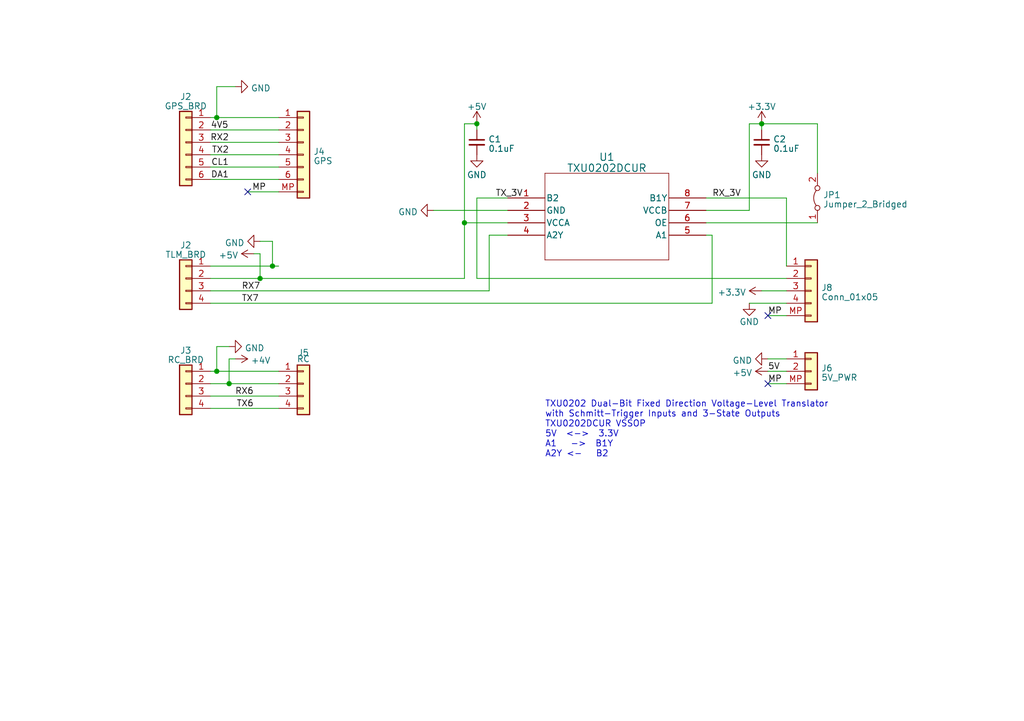
<source format=kicad_sch>
(kicad_sch (version 20230121) (generator eeschema)
  (paper "A5")
  (title_block (title "MATEK H743 WLITE RC/GPS/TLM Breakout with Level Shifter") (date "2024-01-28") (rev "1.0"))
  (lib_symbols
    (symbol "Connector_Generic:Conn_01x03" (pin_names (offset 1.016) hide)
      (property "Reference" "J6" (at 2.032 0.6437 0))
      (property "Value" "5V_PWR" (at 2.032 -1.2773 0))
      (symbol "Conn_01x03_1_1"
        (rectangle (start -1.27 -2.413) (end 0 -2.667) (stroke (width 0.1524)))
        (rectangle (start -1.27 0.127) (end 0 -0.127) (stroke (width 0.1524)))
        (rectangle (start -1.27 2.667) (end 0 2.413) (stroke (width 0.1524)))
        (rectangle (start -1.27 3.81) (end 1.27 -3.81) (stroke (width 0.254)) (fill (type background)))
        (pin passive line (at -5.08 2.54 0) (length 3.81) (name "Pin_1") (number "1"))
        (pin passive line (at -5.08 0 0) (length 3.81) (name "Pin_2") (number "2"))
        (pin passive line (at -5.08 -2.54 0) (length 3.81) (name "Pin_3") (number "MP"))
      )
    )
    (symbol "Connector_Generic:Conn_01x04" (pin_names (offset 1.016) hide)
      (property "Reference" "J" (at 0 5.08 0))
      (property "Value" "Conn_01x04" (at 0 -7.62 0))
      (symbol "Conn_01x04_1_1"
        (rectangle (start -1.27 -4.953) (end 0 -5.207) (stroke (width 0.1524)))
        (rectangle (start -1.27 -2.413) (end 0 -2.667) (stroke (width 0.1524)))
        (rectangle (start -1.27 0.127) (end 0 -0.127) (stroke (width 0.1524)))
        (rectangle (start -1.27 2.667) (end 0 2.413) (stroke (width 0.1524)))
        (rectangle (start -1.27 3.81) (end 1.27 -6.35) (stroke (width 0.254)) (fill (type background)))
        (pin passive line (at -5.08 2.54 0) (length 3.81) (name "Pin_1") (number "1"))
        (pin passive line (at -5.08 0 0) (length 3.81) (name "Pin_2") (number "2"))
        (pin passive line (at -5.08 -2.54 0) (length 3.81) (name "Pin_3") (number "3"))
        (pin passive line (at -5.08 -5.08 0) (length 3.81) (name "Pin_4") (number "4"))
      )
    )
    (symbol "Connector_Generic:Conn_01x05" (pin_names (offset 1.016) hide)
      (property "Reference" "J8" (at 2.032 0.6437 0))
      (property "Value" "Conn_01x05" (at 2.032 -1.2773 0))
      (symbol "Conn_01x05_1_1"
        (rectangle (start -1.27 -4.953) (end 0 -5.207) (stroke (width 0.1524)))
        (rectangle (start -1.27 -2.413) (end 0 -2.667) (stroke (width 0.1524)))
        (rectangle (start -1.27 0.127) (end 0 -0.127) (stroke (width 0.1524)))
        (rectangle (start -1.27 2.667) (end 0 2.413) (stroke (width 0.1524)))
        (rectangle (start -1.27 5.207) (end 0 4.953) (stroke (width 0.1524)))
        (rectangle (start -1.27 6.35) (end 1.27 -6.35) (stroke (width 0.254)) (fill (type background)))
        (pin passive line (at -5.08 5.08 0) (length 3.81) (name "Pin_1") (number "1"))
        (pin passive line (at -5.08 2.54 0) (length 3.81) (name "Pin_2") (number "2"))
        (pin passive line (at -5.08 0 0) (length 3.81) (name "Pin_3") (number "3"))
        (pin passive line (at -5.08 -2.54 0) (length 3.81) (name "Pin_4") (number "4"))
        (pin passive line (at -5.08 -5.08 0) (length 3.81) (name "Pin_5") (number "MP"))
      )
    )
    (symbol "Connector_Generic:Conn_01x06" (pin_names (offset 1.016) hide)
      (property "Reference" "J" (at 0 7.62 0))
      (property "Value" "Conn_01x06" (at 0 -10.16 0))
      (symbol "Conn_01x06_1_1"
        (rectangle (start -1.27 -7.493) (end 0 -7.747) (stroke (width 0.1524)))
        (rectangle (start -1.27 -4.953) (end 0 -5.207) (stroke (width 0.1524)))
        (rectangle (start -1.27 -2.413) (end 0 -2.667) (stroke (width 0.1524)))
        (rectangle (start -1.27 0.127) (end 0 -0.127) (stroke (width 0.1524)))
        (rectangle (start -1.27 2.667) (end 0 2.413) (stroke (width 0.1524)))
        (rectangle (start -1.27 5.207) (end 0 4.953) (stroke (width 0.1524)))
        (rectangle (start -1.27 6.35) (end 1.27 -8.89) (stroke (width 0.254)) (fill (type background)))
        (pin passive line (at -5.08 5.08 0) (length 3.81) (name "Pin_1") (number "1"))
        (pin passive line (at -5.08 2.54 0) (length 3.81) (name "Pin_2") (number "2"))
        (pin passive line (at -5.08 0 0) (length 3.81) (name "Pin_3") (number "3"))
        (pin passive line (at -5.08 -2.54 0) (length 3.81) (name "Pin_4") (number "4"))
        (pin passive line (at -5.08 -5.08 0) (length 3.81) (name "Pin_5") (number "5"))
        (pin passive line (at -5.08 -7.62 0) (length 3.81) (name "Pin_6") (number "6"))
      )
    )
    (symbol "Connector_Generic:Conn_01x07" (pin_names (offset 1.016) hide)
      (property "Reference" "J4" (at 2.032 0.6437 0))
      (property "Value" "GPS" (at 2.032 -1.2773 0))
      (symbol "Conn_01x07_1_1"
        (rectangle (start -1.27 -7.493) (end 0 -7.747) (stroke (width 0.1524)))
        (rectangle (start -1.27 -4.953) (end 0 -5.207) (stroke (width 0.1524)))
        (rectangle (start -1.27 -2.413) (end 0 -2.667) (stroke (width 0.1524)))
        (rectangle (start -1.27 0.127) (end 0 -0.127) (stroke (width 0.1524)))
        (rectangle (start -1.27 2.667) (end 0 2.413) (stroke (width 0.1524)))
        (rectangle (start -1.27 5.207) (end 0 4.953) (stroke (width 0.1524)))
        (rectangle (start -1.27 7.747) (end 0 7.493) (stroke (width 0.1524)))
        (rectangle (start -1.27 8.89) (end 1.27 -8.89) (stroke (width 0.254)) (fill (type background)))
        (pin passive line (at -5.08 7.62 0) (length 3.81) (name "Pin_1") (number "1"))
        (pin passive line (at -5.08 5.08 0) (length 3.81) (name "Pin_2") (number "2"))
        (pin passive line (at -5.08 2.54 0) (length 3.81) (name "Pin_3") (number "3"))
        (pin passive line (at -5.08 0 0) (length 3.81) (name "Pin_4") (number "4"))
        (pin passive line (at -5.08 -2.54 0) (length 3.81) (name "Pin_5") (number "5"))
        (pin passive line (at -5.08 -5.08 0) (length 3.81) (name "Pin_6") (number "6"))
        (pin passive line (at -5.08 -7.62 0) (length 3.81) (name "Pin_7") (number "MP"))
      )
    )
    (symbol "Device:C_Small" (pin_numbers hide) (pin_names (offset 0.254) hide)
      (property "Reference" "C" (at 0.254 1.778 0))
      (property "Value" "C_Small" (at 0.254 -2.032 0))
      (symbol "C_Small_0_1"
        (polyline (pts (xy -1.524 -0.508) (xy 1.524 -0.508)) (stroke (width 0.3302)))
        (polyline (pts (xy -1.524 0.508) (xy 1.524 0.508)) (stroke (width 0.3048)))
      )
      (symbol "C_Small_1_1"
        (pin passive line (at 0 2.54 270) (length 2.032) (name "~") (number "1"))
        (pin passive line (at 0 -2.54 90) (length 2.032) (name "~") (number "2"))
      )
    )
    (symbol "Jumper:Jumper_2_Bridged" (pin_names (offset 0) hide)
      (property "Reference" "JP" (at 0 1.905 0))
      (property "Value" "Jumper_2_Bridged" (at 0 -2.54 0))
      (symbol "Jumper_2_Bridged_0_0"
        (circle (center -2.032 0) (radius 0.508))
        (circle (center 2.032 0) (radius 0.508))
      )
      (symbol "Jumper_2_Bridged_0_1"
        (arc (start 1.524 0.254) (mid 0 0.762) (end -1.524 0.254))
      )
      (symbol "Jumper_2_Bridged_1_1"
        (pin passive line (at -5.08 0 0) (length 2.54) (name "A") (number "1"))
        (pin passive line (at 5.08 0 180) (length 2.54) (name "B") (number "2"))
      )
    )
    (symbol "Project_Library:TXU0202DCUR" (pin_names (offset 0.254))
      (property "Reference" "U" (at 20.32 10.16 0))
      (property "Value" "TXU0202DCUR" (at 20.32 7.62 0))
      (symbol "TXU0202DCUR_0_1"
        (polyline (pts (xy 7.62 -12.7) (xy 33.02 -12.7)) (stroke (width 0.127)))
        (polyline (pts (xy 7.62 5.08) (xy 7.62 -12.7)) (stroke (width 0.127)))
        (polyline (pts (xy 33.02 -12.7) (xy 33.02 5.08)) (stroke (width 0.127)))
        (polyline (pts (xy 33.02 5.08) (xy 7.62 5.08)) (stroke (width 0.127)))
        (pin input line (at 0 0 0) (length 7.62) (name "B2") (number "1"))
        (pin power_out line (at 0 -2.54 0) (length 7.62) (name "GND") (number "2"))
        (pin power_in line (at 0 -5.08 0) (length 7.62) (name "VCCA") (number "3"))
        (pin output line (at 0 -7.62 0) (length 7.62) (name "A2Y") (number "4"))
        (pin input line (at 40.64 -7.62 180) (length 7.62) (name "A1") (number "5"))
        (pin input line (at 40.64 -5.08 180) (length 7.62) (name "OE") (number "6"))
        (pin power_in line (at 40.64 -2.54 180) (length 7.62) (name "VCCB") (number "7"))
        (pin output line (at 40.64 0 180) (length 7.62) (name "B1Y") (number "8"))
      )
    )
    (symbol "power:+3.3V" (power) (pin_names (offset 0))
      (property "Value" "+3.3V" (at 0 3.556 0))
      (symbol "+3.3V_0_1"
        (polyline (pts (xy -0.762 1.27) (xy 0 2.54)))
        (polyline (pts (xy 0 0) (xy 0 2.54)))
        (polyline (pts (xy 0 2.54) (xy 0.762 1.27)))
      )
      (symbol "+3.3V_1_1"
        (pin power_in line (at 0 0 90) (length 0) hide (name "+3.3V") (number "1"))
      )
    )
    (symbol "power:+4V" (power) (pin_names (offset 0))
      (property "Value" "+4V" (at 0 3.556 0))
      (symbol "+4V_0_1"
        (polyline (pts (xy -0.762 1.27) (xy 0 2.54)))
        (polyline (pts (xy 0 0) (xy 0 2.54)))
        (polyline (pts (xy 0 2.54) (xy 0.762 1.27)))
      )
      (symbol "+4V_1_1"
        (pin power_in line (at 0 0 90) (length 0) hide (name "+4V") (number "1"))
      )
    )
    (symbol "power:+5V" (power) (pin_names (offset 0))
      (property "Value" "+5V" (at 0 3.556 0))
      (symbol "+5V_0_1"
        (polyline (pts (xy -0.762 1.27) (xy 0 2.54)))
        (polyline (pts (xy 0 0) (xy 0 2.54)))
        (polyline (pts (xy 0 2.54) (xy 0.762 1.27)))
      )
      (symbol "+5V_1_1"
        (pin power_in line (at 0 0 90) (length 0) hide (name "+5V") (number "1"))
      )
    )
    (symbol "power:GND" (power) (pin_names (offset 0))
      (property "Value" "GND" (at 0 -3.81 0))
      (symbol "GND_0_1"
        (polyline (pts (xy 0 0) (xy 0 -1.27) (xy 1.27 -1.27) (xy 0 -2.54) (xy -1.27 -1.27) (xy 0 -1.27)))
      )
      (symbol "GND_1_1"
        (pin power_in line (at 0 0 270) (length 0) hide (name "GND") (number "1"))
      )
    )
  )
  (junction (at 55.88 54.61))
  (junction (at 44.45 76.2))
  (junction (at 156.21 25.4))
  (junction (at 46.99 78.74))
  (junction (at 44.45 24.13))
  (junction (at 53.34 57.15))
  (junction (at 95.25 45.72))
  (junction (at 97.79 25.4))
  (no_connect (at 50.8 39.37))
  (no_connect (at 157.48 78.74))
  (no_connect (at 157.48 64.77))
  (wire (pts (xy 146.05 48.26) (xy 144.78 48.26)))
  (wire (pts (xy 53.34 49.53) (xy 55.88 49.53)))
  (wire (pts (xy 95.25 45.72) (xy 104.14 45.72)))
  (wire (pts (xy 95.25 57.15) (xy 95.25 45.72)))
  (wire (pts (xy 57.15 81.28) (xy 43.18 81.28)))
  (wire (pts (xy 153.67 25.4) (xy 156.21 25.4)))
  (wire (pts (xy 95.25 25.4) (xy 95.25 45.72)))
  (wire (pts (xy 43.18 26.67) (xy 57.15 26.67)))
  (wire (pts (xy 44.45 24.13) (xy 43.18 24.13)))
  (wire (pts (xy 144.78 45.72) (xy 167.64 45.72)))
  (wire (pts (xy 146.05 62.23) (xy 146.05 48.26)))
  (wire (pts (xy 100.33 59.69) (xy 100.33 48.26)))
  (wire (pts (xy 57.15 34.29) (xy 43.18 34.29)))
  (wire (pts (xy 57.15 83.82) (xy 43.18 83.82)))
  (wire (pts (xy 167.64 35.56) (xy 167.64 25.4)))
  (wire (pts (xy 55.88 49.53) (xy 55.88 54.61)))
  (wire (pts (xy 157.48 76.2) (xy 161.29 76.2)))
  (wire (pts (xy 46.99 78.74) (xy 43.18 78.74)))
  (wire (pts (xy 157.48 73.66) (xy 161.29 73.66)))
  (wire (pts (xy 153.67 43.18) (xy 153.67 25.4)))
  (wire (pts (xy 48.26 73.66) (xy 46.99 73.66)))
  (wire (pts (xy 97.79 25.4) (xy 95.25 25.4)))
  (wire (pts (xy 57.15 76.2) (xy 44.45 76.2)))
  (wire (pts (xy 57.15 29.21) (xy 43.18 29.21)))
  (wire (pts (xy 161.29 40.64) (xy 144.78 40.64)))
  (wire (pts (xy 55.88 54.61) (xy 57.15 54.61)))
  (wire (pts (xy 157.48 78.74) (xy 161.29 78.74)))
  (wire (pts (xy 53.34 57.15) (xy 95.25 57.15)))
  (wire (pts (xy 57.15 31.75) (xy 43.18 31.75)))
  (wire (pts (xy 43.18 59.69) (xy 100.33 59.69)))
  (wire (pts (xy 44.45 71.12) (xy 44.45 76.2)))
  (wire (pts (xy 57.15 78.74) (xy 46.99 78.74)))
  (wire (pts (xy 156.21 25.4) (xy 156.21 26.67)))
  (wire (pts (xy 97.79 57.15) (xy 161.29 57.15)))
  (wire (pts (xy 97.79 40.64) (xy 97.79 57.15)))
  (wire (pts (xy 46.99 73.66) (xy 46.99 78.74)))
  (wire (pts (xy 161.29 54.61) (xy 161.29 40.64)))
  (wire (pts (xy 57.15 24.13) (xy 44.45 24.13)))
  (wire (pts (xy 48.26 17.78) (xy 44.45 17.78)))
  (wire (pts (xy 52.07 52.07) (xy 53.34 52.07)))
  (wire (pts (xy 100.33 48.26) (xy 104.14 48.26)))
  (wire (pts (xy 44.45 17.78) (xy 44.45 24.13)))
  (wire (pts (xy 97.79 40.64) (xy 104.14 40.64)))
  (wire (pts (xy 44.45 76.2) (xy 43.18 76.2)))
  (wire (pts (xy 43.18 57.15) (xy 53.34 57.15)))
  (wire (pts (xy 156.21 59.69) (xy 161.29 59.69)))
  (wire (pts (xy 57.15 36.83) (xy 43.18 36.83)))
  (wire (pts (xy 104.14 43.18) (xy 88.9 43.18)))
  (wire (pts (xy 53.34 52.07) (xy 53.34 57.15)))
  (wire (pts (xy 46.99 71.12) (xy 44.45 71.12)))
  (wire (pts (xy 153.67 62.23) (xy 161.29 62.23)))
  (wire (pts (xy 97.79 26.67) (xy 97.79 25.4)))
  (wire (pts (xy 167.64 25.4) (xy 156.21 25.4)))
  (wire (pts (xy 144.78 43.18) (xy 153.67 43.18)))
  (wire (pts (xy 43.18 54.61) (xy 55.88 54.61)))
  (wire (pts (xy 157.48 64.77) (xy 161.29 64.77)))
  (wire (pts (xy 43.18 62.23) (xy 146.05 62.23)))
  (wire (pts (xy 57.15 39.37) (xy 50.8 39.37)))
  (text "TXU0202 Dual-Bit Fixed Direction Voltage-Level Translator\nwith Schmitt-Trigger Inputs and 3-State Outputs\nTXU0202DCUR VSSOP\n5V  <->  3.3V\nA1   ->  B1Y\nA2Y <-   B2" (at 111.76 93.98 0) (effects (font (size 1.27 1.27)) (justify left bottom)))
  (label "MP" (at 157.48 78.74 0))
  (label "TX6" (at 52.07 83.82 180))
  (label "TX_3V" (at 101.6 40.64 0))
  (label "TX2" (at 46.99 31.75 180))
  (label "5V" (at 157.48 76.2 0))
  (label "RX7" (at 49.53 59.69 0))
  (label "MP" (at 54.61 39.37 180))
  (label "RX2" (at 46.99 29.21 180))
  (label "4V5" (at 43.18 26.67 0))
  (label "DA1" (at 46.99 36.83 180))
  (label "CL1" (at 46.99 34.29 180))
  (label "RX_3V" (at 146.05 40.64 0))
  (label "TX7" (at 49.53 62.23 0))
  (label "RX6" (at 52.07 81.28 180))
  (label "MP" (at 157.48 64.77 0))
  (symbol (lib_id "power:GND") (at 153.67 62.23 0) (unit 1)
    (property "Reference" "#PWR013" (effects hide))
    (property "Value" "GND" (at 153.67 66.04 0))
  )
  (symbol (lib_id "power:+4V") (at 48.26 73.66 270) (mirror x) (unit 1)
    (property "Reference" "#PWR02" (effects hide))
    (property "Value" "+4V" (at 51.4349 73.9768 90) (effects (justify left)))
    (instances (project "H743_WLITE_Breakouts" (path "" (reference "#PWR02") (unit 1)) (path "" (reference "#PWR07") (unit 1))))
  )
  (symbol (lib_id "power:GND") (at 88.9 43.18 270) (unit 1)
    (property "Reference" "#PWR02" (effects hide))
    (property "Value" "GND" (at 85.7251 43.4968 90) (effects (justify right)))
  )
  (symbol (lib_id "Connector_Generic:Conn_01x04") (at 38.1 78.74 0) (mirror y) (unit 1)
    (property "Reference" "J3" (at 38.1 71.9201 0))
    (property "Value" "RC_BRD" (at 38.1 73.8411 0))
    (property "Footprint" "Connector_PinSocket_2.54mm:PinSocket_1x04_P2.54mm_Vertical" (effects hide))
  )
  (symbol (lib_id "power:+5V") (at 157.48 76.2 90) (unit 1)
    (property "Reference" "#PWR014" (effects hide))
    (property "Value" "+5V" (at 154.3051 76.5168 90) (effects (justify left)))
  )
  (symbol (lib_id "power:+3.3V") (at 156.21 25.4 0) (unit 1)
    (property "Reference" "#PWR011" (effects hide))
    (property "Value" "+3.3V" (at 156.21 21.8981 0))
  )
  (symbol (lib_id "power:+5V") (at 97.79 25.4 0) (unit 1)
    (property "Reference" "#PWR09" (effects hide))
    (property "Value" "+5V" (at 97.79 21.8981 0))
  )
  (symbol (lib_id "power:GND") (at 97.79 31.75 0) (unit 1)
    (property "Reference" "#PWR010" (effects hide))
    (property "Value" "GND" (at 97.79 35.8855 0))
  )
  (symbol (lib_id "power:+5V") (at 52.07 52.07 90) (unit 1)
    (property "Reference" "#PWR08" (effects hide))
    (property "Value" "+5V" (at 48.8951 52.3868 90) (effects (justify left)))
  )
  (symbol (lib_id "Connector_Generic:Conn_01x05") (at 166.37 59.69 0) (unit 1)
    (property "Reference" "J8" (at 168.402 59.0463 0) (effects (justify left)))
    (property "Value" "Conn_01x05" (at 168.402 60.9673 0) (effects (justify left)))
    (property "Footprint" "Library:JST_SH_SM04B-SRSS-TB_1x04-1MP_P1.00mm_Horizontal" (effects hide))
  )
  (symbol (lib_id "power:GND") (at 48.26 17.78 90) (mirror x) (unit 1)
    (property "Reference" "#PWR04" (effects hide))
    (property "Value" "GND" (at 51.4349 18.0968 90) (effects (justify right)))
    (instances (project "H743_WLITE_Breakouts" (path "" (reference "#PWR04") (unit 1)) (path "" (reference "#PWR03") (unit 1))))
  )
  (symbol (lib_id "Connector_Generic:Conn_01x04") (at 62.23 78.74 0) (unit 1)
    (property "Reference" "J5" (at 62.23 72.39 0))
    (property "Value" "RC" (at 62.23 73.66 0))
    (property "Footprint" "Connector_PinHeader_2.54mm:PinHeader_1x04_P2.54mm_Horizontal" (effects hide))
  )
  (symbol (lib_id "Device:C_Small") (at 156.21 29.21 0) (unit 1)
    (property "Reference" "C2" (at 158.5341 28.5726 0) (effects (justify left)))
    (property "Value" "0.1uF" (at 158.5341 30.4936 0) (effects (justify left)))
    (property "Footprint" "Capacitor_SMD:C_0805_2012Metric_Pad1.18x1.45mm_HandSolder" (effects hide))
  )
  (symbol (lib_id "power:+3.3V") (at 156.21 59.69 90) (unit 1)
    (property "Reference" "#PWR01" (effects hide))
    (property "Value" "+3.3V" (at 153.035 60.0068 90) (effects (justify left)))
  )
  (symbol (lib_id "Connector_Generic:Conn_01x04") (at 38.1 57.15 0) (mirror y) (unit 1)
    (property "Reference" "J2" (at 38.1 50.3301 0))
    (property "Value" "TLM_BRD" (at 38.1 52.2511 0))
    (property "Footprint" "Connector_PinSocket_2.54mm:PinSocket_1x04_P2.54mm_Vertical" (effects hide))
  )
  (symbol (lib_id "power:GND") (at 46.99 71.12 90) (mirror x) (unit 1)
    (property "Reference" "#PWR04" (effects hide))
    (property "Value" "GND" (at 50.1649 71.4368 90) (effects (justify right)))
    (instances (project "H743_WLITE_Breakouts" (path "" (reference "#PWR04") (unit 1)) (path "" (reference "#PWR05") (unit 1))))
  )
  (symbol (lib_id "Device:C_Small") (at 97.79 29.21 0) (unit 1)
    (property "Reference" "C1" (at 100.1141 28.5726 0) (effects (justify left)))
    (property "Value" "0.1uF" (at 100.1141 30.4936 0) (effects (justify left)))
    (property "Footprint" "Capacitor_SMD:C_0805_2012Metric_Pad1.18x1.45mm_HandSolder" (effects hide))
  )
  (symbol (lib_id "power:GND") (at 157.48 73.66 270) (unit 1)
    (property "Reference" "#PWR015" (effects hide))
    (property "Value" "GND" (at 154.3051 73.9768 90) (effects (justify right)))
  )
  (symbol (lib_id "power:GND") (at 156.21 31.75 0) (unit 1)
    (property "Reference" "#PWR012" (effects hide))
    (property "Value" "GND" (at 156.21 35.8855 0))
  )
  (symbol (lib_id "Project_Library:TXU0202DCUR") (at 104.14 40.64 0) (unit 1)
    (property "Reference" "U1" (at 124.46 32.2404 0) (effects (font (size 1.524 1.524))))
    (property "Value" "TXU0202DCUR" (at 124.46 34.4946 0) (effects (font (size 1.524 1.524))))
    (property "Footprint" "Library:SO8_DCU_TEX-M" (effects hide))
    (property "Datasheet" "https://www.ti.com/lit/gpn/txu0202" (effects hide))
  )
  (symbol (lib_id "power:GND") (at 53.34 49.53 270) (unit 1)
    (property "Reference" "#PWR04" (effects hide))
    (property "Value" "GND" (at 50.1651 49.8468 90) (effects (justify right)))
    (instances (project "H743_WLITE_Breakouts" (path "" (reference "#PWR04") (unit 1)) (path "" (reference "#PWR06") (unit 1))))
  )
  (symbol (lib_id "Connector_Generic:Conn_01x06") (at 38.1 29.21 0) (mirror y) (unit 1)
    (property "Reference" "J2" (at 38.1 19.8501 0))
    (property "Value" "GPS_BRD" (at 38.1 21.7711 0))
    (property "Footprint" "Connector_PinSocket_2.54mm:PinSocket_1x06_P2.54mm_Vertical" (effects hide))
    (instances (project "H743_WLITE_Breakouts" (path "" (reference "J2") (unit 1)) (path "" (reference "J1") (unit 1))))
  )
  (symbol (lib_id "Connector_Generic:Conn_01x03") (at 166.37 76.2 0) (unit 1)
    (property "Reference" "J6" (at 168.402 75.5563 0) (effects (justify left)))
    (property "Value" "5V_PWR" (at 168.402 77.4773 0) (effects (justify left)))
    (property "Footprint" "Connector_JST:JST_SH_SM02B-SRSS-TB_1x02-1MP_P1.00mm_Horizontal" (effects hide))
  )
  (symbol (lib_id "Connector_Generic:Conn_01x07") (at 62.23 31.75 0) (unit 1)
    (property "Reference" "J4" (at 64.262 31.1063 0) (effects (justify left)))
    (property "Value" "GPS" (at 64.262 33.0273 0) (effects (justify left)))
    (property "Footprint" "Library:JST_SH_SM06B-SRSS-TB_1x06-1MP_P1.00mm_Horizontal" (effects hide))
  )
  (symbol (lib_id "Jumper:Jumper_2_Bridged") (at 167.64 40.64 90) (unit 1)
    (property "Reference" "JP1" (at 168.783 39.9963 90) (effects (justify right)))
    (property "Value" "Jumper_2_Bridged" (at 168.783 41.9173 90) (effects (justify right)))
    (property "Footprint" "Jumper:SolderJumper-2_P1.3mm_Bridged_RoundedPad1.0x1.5mm" (effects hide))
  )
)
</source>
